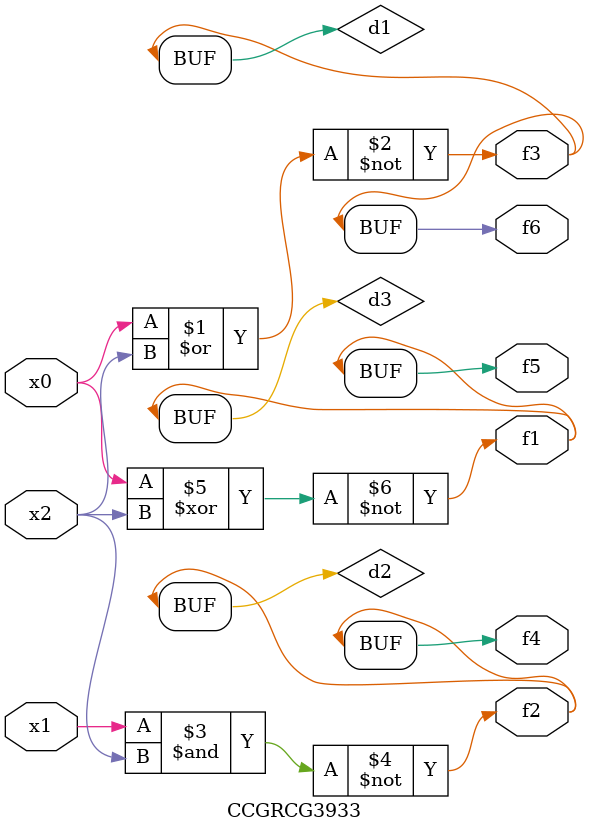
<source format=v>
module CCGRCG3933(
	input x0, x1, x2,
	output f1, f2, f3, f4, f5, f6
);

	wire d1, d2, d3;

	nor (d1, x0, x2);
	nand (d2, x1, x2);
	xnor (d3, x0, x2);
	assign f1 = d3;
	assign f2 = d2;
	assign f3 = d1;
	assign f4 = d2;
	assign f5 = d3;
	assign f6 = d1;
endmodule

</source>
